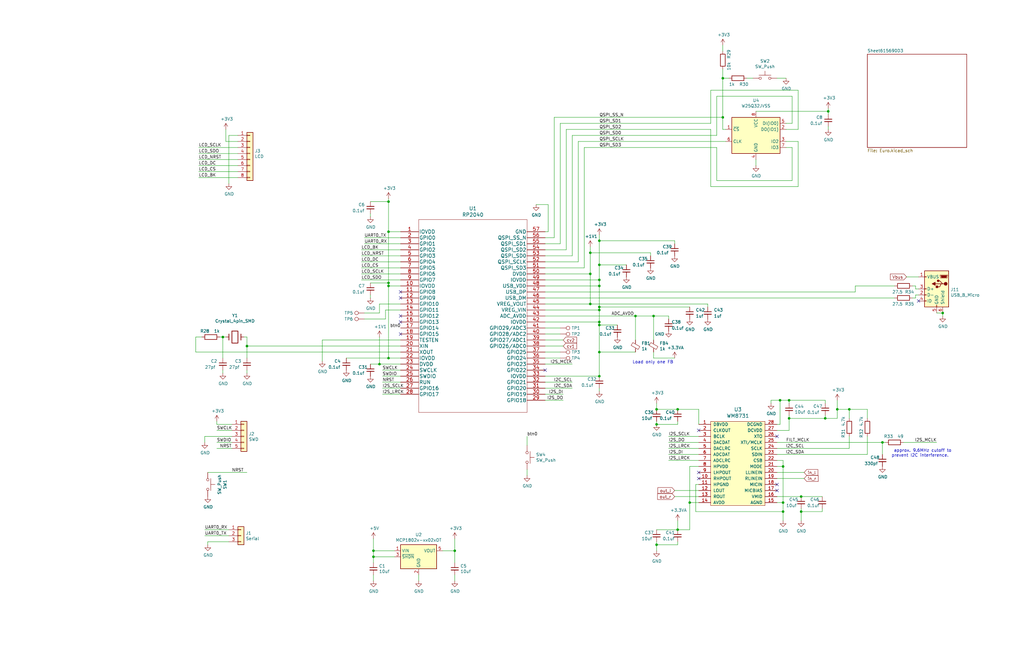
<source format=kicad_sch>
(kicad_sch (version 20211123) (generator eeschema)
  (paper "B")
  (title_block (title "G081_Audio") (date "2021-12-09") (rev "0.2"))
  (lib_symbols
    (symbol "Connector:TestPoint" (pin_numbers hide) (pin_names (offset 0.762) hide)
      (property "Reference" "TP" (at 0 6.858 0))
      (property "Value" "TestPoint" (at 0 5.08 0))
      (symbol "TestPoint_1_1"
        (pin passive line (at 0 0 90) (length 2.54) (name "1") (number "1"))
      )
    )
    (symbol "Connector:USB_B_Micro" (pin_names (offset 1.016))
      (property "Reference" "J" (at -5.08 11.43 0))
      (property "Value" "USB_B_Micro" (at -5.08 8.89 0))
      (symbol "USB_B_Micro_1_1"
        (pin power_out line (at 7.62 5.08 180) (length 2.54) (name "VBUS") (number "1"))
        (pin bidirectional line (at 7.62 -2.54 180) (length 2.54) (name "D-") (number "2"))
        (pin bidirectional line (at 7.62 0 180) (length 2.54) (name "D+") (number "3"))
        (pin passive line (at 7.62 -5.08 180) (length 2.54) (name "ID") (number "4"))
        (pin power_out line (at 0 -10.16 90) (length 2.54) (name "GND") (number "5"))
        (pin passive line (at -2.54 -10.16 90) (length 2.54) (name "Shield") (number "6"))
      )
    )
    (symbol "Connector_Generic:Conn_01x03" (pin_names (offset 1.016) hide)
      (property "Reference" "J" (at 0 5.08 0))
      (property "Value" "Conn_01x03" (at 0 -5.08 0))
      (symbol "Conn_01x03_1_1"
        (pin passive line (at -5.08 2.54 0) (length 3.81) (name "Pin_1") (number "1"))
        (pin passive line (at -5.08 0 0) (length 3.81) (name "Pin_2") (number "2"))
        (pin passive line (at -5.08 -2.54 0) (length 3.81) (name "Pin_3") (number "3"))
      )
    )
    (symbol "Connector_Generic:Conn_01x05" (pin_names (offset 1.016) hide)
      (property "Reference" "J" (at 0 7.62 0))
      (property "Value" "Conn_01x05" (at 0 -7.62 0))
      (symbol "Conn_01x05_1_1"
        (pin passive line (at -5.08 5.08 0) (length 3.81) (name "Pin_1") (number "1"))
        (pin passive line (at -5.08 2.54 0) (length 3.81) (name "Pin_2") (number "2"))
        (pin passive line (at -5.08 0 0) (length 3.81) (name "Pin_3") (number "3"))
        (pin passive line (at -5.08 -2.54 0) (length 3.81) (name "Pin_4") (number "4"))
        (pin passive line (at -5.08 -5.08 0) (length 3.81) (name "Pin_5") (number "5"))
      )
    )
    (symbol "Connector_Generic:Conn_01x08" (pin_names (offset 1.016) hide)
      (property "Reference" "J" (at 0 10.16 0))
      (property "Value" "Conn_01x08" (at 0 -12.7 0))
      (symbol "Conn_01x08_1_1"
        (pin passive line (at -5.08 7.62 0) (length 3.81) (name "Pin_1") (number "1"))
        (pin passive line (at -5.08 5.08 0) (length 3.81) (name "Pin_2") (number "2"))
        (pin passive line (at -5.08 2.54 0) (length 3.81) (name "Pin_3") (number "3"))
        (pin passive line (at -5.08 0 0) (length 3.81) (name "Pin_4") (number "4"))
        (pin passive line (at -5.08 -2.54 0) (length 3.81) (name "Pin_5") (number "5"))
        (pin passive line (at -5.08 -5.08 0) (length 3.81) (name "Pin_6") (number "6"))
        (pin passive line (at -5.08 -7.62 0) (length 3.81) (name "Pin_7") (number "7"))
        (pin passive line (at -5.08 -10.16 0) (length 3.81) (name "Pin_8") (number "8"))
      )
    )
    (symbol "Device:C_Small" (pin_numbers hide) (pin_names (offset 0.254) hide)
      (property "Reference" "C" (at 0.254 1.778 0))
      (property "Value" "C_Small" (at 0.254 -2.032 0))
      (symbol "C_Small_1_1"
        (pin passive line (at 0 2.54 270) (length 2.032) (name "~") (number "1"))
        (pin passive line (at 0 -2.54 90) (length 2.032) (name "~") (number "2"))
      )
    )
    (symbol "Device:Ferrite_Bead_Small" (pin_numbers hide) (pin_names (offset 0))
      (property "Reference" "FB" (at 1.905 1.27 0))
      (property "Value" "Device_Ferrite_Bead_Small" (at 1.905 -1.27 0))
      (symbol "Ferrite_Bead_Small_1_1"
        (pin passive line (at 0 2.54 270) (length 1.27) (name "~") (number "1"))
        (pin passive line (at 0 -2.54 90) (length 1.27) (name "~") (number "2"))
      )
    )
    (symbol "Device:R" (pin_numbers hide) (pin_names (offset 0))
      (property "Reference" "R" (at 2.032 0 90))
      (property "Value" "R" (at 0 0 90))
      (symbol "R_1_1"
        (pin passive line (at 0 3.81 270) (length 1.27) (name "~") (number "1"))
        (pin passive line (at 0 -3.81 90) (length 1.27) (name "~") (number "2"))
      )
    )
    (symbol "Memory_Flash:W25Q32JVSS"
      (property "Reference" "U" (at -8.89 8.89 0))
      (property "Value" "W25Q32JVSS" (at 7.62 8.89 0))
      (symbol "W25Q32JVSS_1_1"
        (pin input line (at -12.7 2.54 0) (length 2.54) (name "~{CS}") (number "1"))
        (pin bidirectional line (at 12.7 2.54 180) (length 2.54) (name "DO(IO1)") (number "2"))
        (pin bidirectional line (at 12.7 -2.54 180) (length 2.54) (name "IO2") (number "3"))
        (pin power_in line (at 0 -10.16 90) (length 2.54) (name "GND") (number "4"))
        (pin bidirectional line (at 12.7 5.08 180) (length 2.54) (name "DI(IO0)") (number "5"))
        (pin input line (at -12.7 -2.54 0) (length 2.54) (name "CLK") (number "6"))
        (pin bidirectional line (at 12.7 -5.08 180) (length 2.54) (name "IO3") (number "7"))
        (pin power_in line (at 0 10.16 270) (length 2.54) (name "VCC") (number "8"))
      )
    )
    (symbol "Regulator_Linear:MCP1802x-xx02xOT"
      (property "Reference" "U" (at -6.35 6.35 0))
      (property "Value" "MCP1802x-xx02xOT" (at 0 6.35 0))
      (symbol "MCP1802x-xx02xOT_1_1"
        (pin power_in line (at -10.16 2.54 0) (length 2.54) (name "VIN") (number "1"))
        (pin power_in line (at 0 -7.62 90) (length 2.54) (name "GND") (number "2"))
        (pin input line (at -10.16 0 0) (length 2.54) (name "~{SHDN}") (number "3"))
        (pin no_connect line (at 7.62 0 180) (length 2.54) hide (name "NC") (number "4"))
        (pin power_out line (at 10.16 2.54 180) (length 2.54) (name "VOUT") (number "5"))
      )
    )
    (symbol "Switch:SW_Push" (pin_numbers hide) (pin_names (offset 1.016) hide)
      (property "Reference" "SW" (at 1.27 2.54 0))
      (property "Value" "SW_Push" (at 0 -1.524 0))
      (symbol "SW_Push_0_1"
        (pin passive line (at -5.08 0 0) (length 2.54) (name "1") (number "1"))
        (pin passive line (at 5.08 0 180) (length 2.54) (name "2") (number "2"))
      )
    )
    (symbol "emeb_library:Crystal_4pin_SMD" (pin_numbers hide) (pin_names (offset 1.016) hide)
      (property "Reference" "Y" (at 0 3.81 0))
      (property "Value" "emeb_library_Crystal_4pin_SMD" (at 0 -3.81 0))
      (symbol "Crystal_4pin_SMD_1_1"
        (pin passive line (at -3.81 0 0) (length 1.27) (name "1") (number "1"))
        (pin passive line (at 3.81 0 180) (length 1.27) (name "3") (number "3"))
      )
    )
    (symbol "emeb_library:RP2040" (pin_names (offset 0.254))
      (property "Reference" "U" (at 30.48 10.16 0))
      (property "Value" "emeb_library_RP2040" (at 30.48 7.62 0))
      (symbol "RP2040_1_1"
        (pin power_in line (at 0 0 0) (length 7.62) (name "IOVDD") (number "1"))
        (pin power_in line (at 0 -22.86 0) (length 7.62) (name "IOVDD") (number "10"))
        (pin bidirectional line (at 0 -25.4 0) (length 7.62) (name "GPIO8") (number "11"))
        (pin bidirectional line (at 0 -27.94 0) (length 7.62) (name "GPIO9") (number "12"))
        (pin bidirectional line (at 0 -30.48 0) (length 7.62) (name "GPIO10") (number "13"))
        (pin bidirectional line (at 0 -33.02 0) (length 7.62) (name "GPIO11") (number "14"))
        (pin bidirectional line (at 0 -35.56 0) (length 7.62) (name "GPIO12") (number "15"))
        (pin bidirectional line (at 0 -38.1 0) (length 7.62) (name "GPIO13") (number "16"))
        (pin bidirectional line (at 0 -40.64 0) (length 7.62) (name "GPIO14") (number "17"))
        (pin bidirectional line (at 0 -43.18 0) (length 7.62) (name "GPIO15") (number "18"))
        (pin unspecified line (at 0 -45.72 0) (length 7.62) (name "TESTEN") (number "19"))
        (pin bidirectional line (at 0 -2.54 0) (length 7.62) (name "GPIO0") (number "2"))
        (pin unspecified line (at 0 -48.26 0) (length 7.62) (name "XIN") (number "20"))
        (pin output line (at 0 -50.8 0) (length 7.62) (name "XOUT") (number "21"))
        (pin power_in line (at 0 -53.34 0) (length 7.62) (name "IOVDD") (number "22"))
        (pin power_in line (at 0 -55.88 0) (length 7.62) (name "DVDD") (number "23"))
        (pin unspecified line (at 0 -58.42 0) (length 7.62) (name "SWCLK") (number "24"))
        (pin unspecified line (at 0 -60.96 0) (length 7.62) (name "SWDIO") (number "25"))
        (pin unspecified line (at 0 -63.5 0) (length 7.62) (name "RUN") (number "26"))
        (pin bidirectional line (at 0 -66.04 0) (length 7.62) (name "GPIO16") (number "27"))
        (pin bidirectional line (at 0 -68.58 0) (length 7.62) (name "GPIO17") (number "28"))
        (pin bidirectional line (at 60.96 -71.12 180) (length 7.62) (name "GPIO18") (number "29"))
        (pin bidirectional line (at 0 -5.08 0) (length 7.62) (name "GPIO1") (number "3"))
        (pin bidirectional line (at 60.96 -68.58 180) (length 7.62) (name "GPIO19") (number "30"))
        (pin bidirectional line (at 60.96 -66.04 180) (length 7.62) (name "GPIO20") (number "31"))
        (pin bidirectional line (at 60.96 -63.5 180) (length 7.62) (name "GPIO21") (number "32"))
        (pin power_in line (at 60.96 -60.96 180) (length 7.62) (name "IOVDD") (number "33"))
        (pin bidirectional line (at 60.96 -58.42 180) (length 7.62) (name "GPIO22") (number "34"))
        (pin bidirectional line (at 60.96 -55.88 180) (length 7.62) (name "GPIO23") (number "35"))
        (pin bidirectional line (at 60.96 -53.34 180) (length 7.62) (name "GPIO24") (number "36"))
        (pin bidirectional line (at 60.96 -50.8 180) (length 7.62) (name "GPIO25") (number "37"))
        (pin bidirectional line (at 60.96 -48.26 180) (length 7.62) (name "GPIO26/ADC0") (number "38"))
        (pin bidirectional line (at 60.96 -45.72 180) (length 7.62) (name "GPIO27/ADC1") (number "39"))
        (pin bidirectional line (at 0 -7.62 0) (length 7.62) (name "GPIO2") (number "4"))
        (pin bidirectional line (at 60.96 -43.18 180) (length 7.62) (name "GPIO28/ADC2") (number "40"))
        (pin bidirectional line (at 60.96 -40.64 180) (length 7.62) (name "GPIO29/ADC3") (number "41"))
        (pin power_in line (at 60.96 -38.1 180) (length 7.62) (name "IOVDD") (number "42"))
        (pin power_in line (at 60.96 -35.56 180) (length 7.62) (name "ADC_AVDD") (number "43"))
        (pin unspecified line (at 60.96 -33.02 180) (length 7.62) (name "VREG_VIN") (number "44"))
        (pin output line (at 60.96 -30.48 180) (length 7.62) (name "VREG_VOUT") (number "45"))
        (pin unspecified line (at 60.96 -27.94 180) (length 7.62) (name "USB_DM") (number "46"))
        (pin unspecified line (at 60.96 -25.4 180) (length 7.62) (name "USB_DP") (number "47"))
        (pin power_in line (at 60.96 -22.86 180) (length 7.62) (name "USB_VDD") (number "48"))
        (pin power_in line (at 60.96 -20.32 180) (length 7.62) (name "IOVDD") (number "49"))
        (pin bidirectional line (at 0 -10.16 0) (length 7.62) (name "GPIO3") (number "5"))
        (pin power_in line (at 60.96 -17.78 180) (length 7.62) (name "DVDD") (number "50"))
        (pin bidirectional line (at 60.96 -15.24 180) (length 7.62) (name "QSPI_SD3") (number "51"))
        (pin unspecified line (at 60.96 -12.7 180) (length 7.62) (name "QSPI_SCLK") (number "52"))
        (pin bidirectional line (at 60.96 -10.16 180) (length 7.62) (name "QSPI_SD0") (number "53"))
        (pin bidirectional line (at 60.96 -7.62 180) (length 7.62) (name "QSPI_SD2") (number "54"))
        (pin bidirectional line (at 60.96 -5.08 180) (length 7.62) (name "QSPI_SD1") (number "55"))
        (pin unspecified line (at 60.96 -2.54 180) (length 7.62) (name "QSPI_SS_N") (number "56"))
        (pin power_in line (at 60.96 0 180) (length 7.62) (name "GND") (number "57"))
        (pin bidirectional line (at 0 -12.7 0) (length 7.62) (name "GPIO4") (number "6"))
        (pin bidirectional line (at 0 -15.24 0) (length 7.62) (name "GPIO5") (number "7"))
        (pin bidirectional line (at 0 -17.78 0) (length 7.62) (name "GPIO6") (number "8"))
        (pin bidirectional line (at 0 -20.32 0) (length 7.62) (name "GPIO7") (number "9"))
      )
    )
    (symbol "emeb_library:WM8731" (pin_names (offset 1.016))
      (property "Reference" "U" (at 7.62 19.05 0))
      (property "Value" "emeb_library_WM8731" (at -1.27 19.05 0))
      (symbol "WM8731_1_1"
        (pin input line (at -16.51 16.51 0) (length 5.08) (name "DBVDD") (number "1"))
        (pin input line (at -16.51 -6.35 0) (length 5.08) (name "RHPOUT") (number "10"))
        (pin input line (at -16.51 -8.89 0) (length 5.08) (name "HPGND") (number "11"))
        (pin input line (at -16.51 -11.43 0) (length 5.08) (name "LOUT") (number "12"))
        (pin input line (at -16.51 -13.97 0) (length 5.08) (name "ROUT") (number "13"))
        (pin input line (at -16.51 -16.51 0) (length 5.08) (name "AVDD") (number "14"))
        (pin input line (at 16.51 -16.51 180) (length 5.08) (name "AGND") (number "15"))
        (pin input line (at 16.51 -13.97 180) (length 5.08) (name "VMID") (number "16"))
        (pin input line (at 16.51 -11.43 180) (length 5.08) (name "MICBIAS") (number "17"))
        (pin input line (at 16.51 -8.89 180) (length 5.08) (name "MICIN") (number "18"))
        (pin input line (at 16.51 -6.35 180) (length 5.08) (name "RLINEIN") (number "19"))
        (pin input line (at -16.51 13.97 0) (length 5.08) (name "CLKOUT") (number "2"))
        (pin input line (at 16.51 -3.81 180) (length 5.08) (name "LLINEIN") (number "20"))
        (pin input line (at 16.51 -1.27 180) (length 5.08) (name "MODE") (number "21"))
        (pin input line (at 16.51 1.27 180) (length 5.08) (name "CSB") (number "22"))
        (pin input line (at 16.51 3.81 180) (length 5.08) (name "SDIN") (number "23"))
        (pin input line (at 16.51 6.35 180) (length 5.08) (name "SCLK") (number "24"))
        (pin input line (at 16.51 8.89 180) (length 5.08) (name "XTI/MCLK") (number "25"))
        (pin input line (at 16.51 11.43 180) (length 5.08) (name "XTO") (number "26"))
        (pin input line (at 16.51 13.97 180) (length 5.08) (name "DCVDD") (number "27"))
        (pin input line (at 16.51 16.51 180) (length 5.08) (name "DCGND") (number "28"))
        (pin input line (at -16.51 11.43 0) (length 5.08) (name "BCLK") (number "3"))
        (pin input line (at -16.51 8.89 0) (length 5.08) (name "DACDAT") (number "4"))
        (pin input line (at -16.51 6.35 0) (length 5.08) (name "DACLRC") (number "5"))
        (pin input line (at -16.51 3.81 0) (length 5.08) (name "ADCDAT") (number "6"))
        (pin input line (at -16.51 1.27 0) (length 5.08) (name "ADCLRC") (number "7"))
        (pin input line (at -16.51 -1.27 0) (length 5.08) (name "HPVDD") (number "8"))
        (pin input line (at -16.51 -3.81 0) (length 5.08) (name "LHPOUT") (number "9"))
      )
    )
    (symbol "power:+1V1" (power) (pin_names (offset 0))
      (property "Value" "+1V1" (at 0 3.556 0))
      (symbol "+1V1_1_1"
        (pin power_in line (at 0 0 90) (length 0) hide (name "+1V1") (number "1"))
      )
    )
    (symbol "power:+3.3V" (power) (pin_names (offset 0))
      (property "Value" "+3.3V" (at 0 3.556 0))
      (symbol "+3.3V_1_1"
        (pin power_in line (at 0 0 90) (length 0) hide (name "+3V3") (number "1"))
      )
    )
    (symbol "power:+3.3VA" (power) (pin_names (offset 0))
      (property "Value" "+3.3VA" (at 0 3.556 0))
      (symbol "+3.3VA_1_1"
        (pin power_in line (at 0 0 90) (length 0) hide (name "+3.3VA") (number "1"))
      )
    )
    (symbol "power:+5V" (power) (pin_names (offset 0))
      (property "Value" "+5V" (at 0 3.556 0))
      (symbol "+5V_1_1"
        (pin power_in line (at 0 0 90) (length 0) hide (name "+5V") (number "1"))
      )
    )
    (symbol "power:GND" (power) (pin_names (offset 0))
      (property "Value" "GND" (at 0 -3.81 0))
      (symbol "GND_1_1"
        (pin power_in line (at 0 0 270) (length 0) hide (name "GND") (number "1"))
      )
    )
  )
  (junction (at 285.75 172.72))
  (junction (at 397.51 132.08))
  (junction (at 252.73 101.6))
  (junction (at 252.73 148.59))
  (junction (at 93.98 142.24))
  (junction (at 248.92 106.68))
  (junction (at 163.83 120.65))
  (junction (at 248.92 115.57))
  (junction (at 353.06 172.72))
  (junction (at 332.74 168.91))
  (junction (at 290.83 212.09))
  (junction (at 252.73 137.16))
  (junction (at 304.8 49.53))
  (junction (at 267.97 133.35))
  (junction (at 347.98 176.53))
  (junction (at 330.2 215.9))
  (junction (at 252.73 118.11))
  (junction (at 276.86 172.72))
  (junction (at 337.82 209.55))
  (junction (at 163.83 151.13))
  (junction (at 191.77 232.41))
  (junction (at 252.73 130.81))
  (junction (at 276.86 229.87))
  (junction (at 252.73 135.89))
  (junction (at 332.74 176.53))
  (junction (at 330.2 212.09))
  (junction (at 285.75 223.52))
  (junction (at 163.83 119.38))
  (junction (at 337.82 215.9))
  (junction (at 163.83 85.09))
  (junction (at 275.59 133.35))
  (junction (at 304.8 33.02))
  (junction (at 372.11 186.69))
  (junction (at 358.14 172.72))
  (junction (at 252.73 129.54))
  (junction (at 248.92 128.27))
  (junction (at 328.93 168.91))
  (junction (at 252.73 120.65))
  (junction (at 252.73 158.75))
  (junction (at 157.48 232.41))
  (junction (at 252.73 111.76))
  (junction (at 157.48 234.95))
  (junction (at 330.2 196.85))
  (junction (at 276.86 179.07))
  (junction (at 163.83 97.79))
  (junction (at 104.14 146.05))
  (junction (at 160.02 153.67))
  (junction (at 349.25 46.99))
  (no_connect (at 168.91 123.19))
  (no_connect (at 327.66 204.47))
  (no_connect (at 294.64 181.61))
  (no_connect (at 294.64 201.93))
  (no_connect (at 168.91 125.73))
  (no_connect (at 229.87 156.21))
  (no_connect (at 294.64 199.39))
  (no_connect (at 168.91 135.89))
  (no_connect (at 387.35 127))
  (no_connect (at 327.66 184.15))
  (no_connect (at 168.91 133.35))
  (no_connect (at 327.66 207.01))
  (no_connect (at 168.91 140.97))
  (wire (pts (xy 394.97 132.08) (xy 397.51 132.08)))
  (wire (pts (xy 97.79 179.07) (xy 91.44 179.07)))
  (wire (pts (xy 163.83 85.09) (xy 163.83 97.79)))
  (wire (pts (xy 229.87 148.59) (xy 236.22 148.59)))
  (wire (pts (xy 349.25 45.72) (xy 349.25 46.99)))
  (wire (pts (xy 330.2 194.31) (xy 327.66 194.31)))
  (wire (pts (xy 294.64 179.07) (xy 294.64 172.72)))
  (wire (pts (xy 275.59 143.51) (xy 275.59 133.35)))
  (wire (pts (xy 229.87 163.83) (xy 241.3 163.83)))
  (wire (pts (xy 82.55 148.59) (xy 82.55 142.24)))
  (wire (pts (xy 166.37 232.41) (xy 157.48 232.41)))
  (wire (pts (xy 93.98 157.48) (xy 93.98 156.21)))
  (wire (pts (xy 100.33 62.23) (xy 83.82 62.23)))
  (wire (pts (xy 100.33 74.93) (xy 83.82 74.93)))
  (wire (pts (xy 248.92 106.68) (xy 248.92 115.57)))
  (wire (pts (xy 386.08 120.65) (xy 386.08 121.92)))
  (wire (pts (xy 294.64 184.15) (xy 281.94 184.15)))
  (wire (pts (xy 100.33 59.69) (xy 95.25 59.69)))
  (wire (pts (xy 237.49 166.37) (xy 229.87 166.37)))
  (wire (pts (xy 285.75 223.52) (xy 290.83 223.52)))
  (wire (pts (xy 168.91 107.95) (xy 152.4 107.95)))
  (wire (pts (xy 229.87 143.51) (xy 237.49 143.51)))
  (wire (pts (xy 358.14 172.72) (xy 358.14 176.53)))
  (wire (pts (xy 168.91 166.37) (xy 161.29 166.37)))
  (wire (pts (xy 229.87 97.79) (xy 231.14 97.79)))
  (wire (pts (xy 168.91 120.65) (xy 163.83 120.65)))
  (wire (pts (xy 381 186.69) (xy 394.97 186.69)))
  (wire (pts (xy 353.06 176.53) (xy 353.06 172.72)))
  (wire (pts (xy 160.02 128.27) (xy 168.91 128.27)))
  (wire (pts (xy 337.82 214.63) (xy 337.82 215.9)))
  (wire (pts (xy 102.87 142.24) (xy 104.14 142.24)))
  (wire (pts (xy 252.73 130.81) (xy 252.73 135.89)))
  (wire (pts (xy 384.81 125.73) (xy 386.08 125.73)))
  (wire (pts (xy 243.84 110.49) (xy 243.84 59.69)))
  (wire (pts (xy 231.14 86.36) (xy 231.14 97.79)))
  (wire (pts (xy 382.27 116.84) (xy 387.35 116.84)))
  (wire (pts (xy 327.66 181.61) (xy 332.74 181.61)))
  (wire (pts (xy 104.14 157.48) (xy 104.14 156.21)))
  (wire (pts (xy 360.68 120.65) (xy 377.19 120.65)))
  (wire (pts (xy 334.01 76.2) (xy 334.01 62.23)))
  (wire (pts (xy 299.72 78.74) (xy 299.72 54.61)))
  (wire (pts (xy 100.33 69.85) (xy 83.82 69.85)))
  (wire (pts (xy 327.66 196.85) (xy 330.2 196.85)))
  (wire (pts (xy 294.64 212.09) (xy 290.83 212.09)))
  (wire (pts (xy 157.48 232.41) (xy 157.48 234.95)))
  (wire (pts (xy 294.64 191.77) (xy 281.94 191.77)))
  (wire (pts (xy 166.37 234.95) (xy 157.48 234.95)))
  (wire (pts (xy 100.33 72.39) (xy 83.82 72.39)))
  (wire (pts (xy 95.25 59.69) (xy 95.25 54.61)))
  (wire (pts (xy 162.56 134.62) (xy 162.56 130.81)))
  (wire (pts (xy 86.36 223.52) (xy 96.52 223.52)))
  (wire (pts (xy 156.21 119.38) (xy 163.83 119.38)))
  (wire (pts (xy 229.87 115.57) (xy 248.92 115.57)))
  (wire (pts (xy 229.87 118.11) (xy 252.73 118.11)))
  (wire (pts (xy 233.68 49.53) (xy 304.8 49.53)))
  (wire (pts (xy 87.63 228.6) (xy 96.52 228.6)))
  (wire (pts (xy 82.55 142.24) (xy 85.09 142.24)))
  (wire (pts (xy 168.91 146.05) (xy 104.14 146.05)))
  (wire (pts (xy 284.48 209.55) (xy 294.64 209.55)))
  (wire (pts (xy 330.2 215.9) (xy 293.37 215.9)))
  (wire (pts (xy 284.48 207.01) (xy 294.64 207.01)))
  (wire (pts (xy 334.01 52.07) (xy 334.01 40.64)))
  (wire (pts (xy 336.55 78.74) (xy 299.72 78.74)))
  (wire (pts (xy 353.06 172.72) (xy 353.06 168.91)))
  (wire (pts (xy 229.87 130.81) (xy 252.73 130.81)))
  (wire (pts (xy 153.67 134.62) (xy 162.56 134.62)))
  (wire (pts (xy 337.82 215.9) (xy 337.82 219.71)))
  (wire (pts (xy 314.96 33.02) (xy 317.5 33.02)))
  (wire (pts (xy 96.52 77.47) (xy 96.52 57.15)))
  (wire (pts (xy 229.87 153.67) (xy 241.3 153.67)))
  (wire (pts (xy 168.91 153.67) (xy 160.02 153.67)))
  (wire (pts (xy 229.87 102.87) (xy 236.22 102.87)))
  (wire (pts (xy 168.91 161.29) (xy 161.29 161.29)))
  (wire (pts (xy 336.55 54.61) (xy 331.47 54.61)))
  (wire (pts (xy 252.73 129.54) (xy 290.83 129.54)))
  (wire (pts (xy 222.25 200.66) (xy 222.25 198.12)))
  (wire (pts (xy 294.64 196.85) (xy 290.83 196.85)))
  (wire (pts (xy 248.92 104.14) (xy 248.92 106.68)))
  (wire (pts (xy 191.77 232.41) (xy 191.77 237.49)))
  (wire (pts (xy 231.14 86.36) (xy 226.06 86.36)))
  (wire (pts (xy 97.79 184.15) (xy 86.36 184.15)))
  (wire (pts (xy 318.77 46.99) (xy 349.25 46.99)))
  (wire (pts (xy 327.66 209.55) (xy 337.82 209.55)))
  (wire (pts (xy 299.72 38.1) (xy 299.72 52.07)))
  (wire (pts (xy 229.87 158.75) (xy 252.73 158.75)))
  (wire (pts (xy 157.48 242.57) (xy 157.48 245.11)))
  (wire (pts (xy 275.59 133.35) (xy 281.94 133.35)))
  (wire (pts (xy 276.86 172.72) (xy 285.75 172.72)))
  (wire (pts (xy 233.68 100.33) (xy 233.68 49.53)))
  (wire (pts (xy 346.71 215.9) (xy 346.71 214.63)))
  (wire (pts (xy 104.14 142.24) (xy 104.14 146.05)))
  (wire (pts (xy 248.92 128.27) (xy 229.87 128.27)))
  (wire (pts (xy 229.87 168.91) (xy 237.49 168.91)))
  (wire (pts (xy 229.87 105.41) (xy 238.76 105.41)))
  (wire (pts (xy 229.87 123.19) (xy 360.68 123.19)))
  (wire (pts (xy 332.74 168.91) (xy 347.98 168.91)))
  (wire (pts (xy 336.55 59.69) (xy 336.55 78.74)))
  (wire (pts (xy 347.98 168.91) (xy 347.98 170.18)))
  (wire (pts (xy 267.97 133.35) (xy 275.59 133.35)))
  (wire (pts (xy 161.29 163.83) (xy 168.91 163.83)))
  (wire (pts (xy 168.91 97.79) (xy 163.83 97.79)))
  (wire (pts (xy 275.59 151.13) (xy 284.48 151.13)))
  (wire (pts (xy 86.36 226.06) (xy 96.52 226.06)))
  (wire (pts (xy 276.86 172.72) (xy 276.86 170.18)))
  (wire (pts (xy 246.38 113.03) (xy 246.38 62.23)))
  (wire (pts (xy 229.87 138.43) (xy 236.22 138.43)))
  (wire (pts (xy 328.93 168.91) (xy 332.74 168.91)))
  (wire (pts (xy 327.66 201.93) (xy 339.09 201.93)))
  (wire (pts (xy 176.53 245.11) (xy 176.53 242.57)))
  (wire (pts (xy 157.48 227.33) (xy 157.48 232.41)))
  (wire (pts (xy 252.73 129.54) (xy 252.73 120.65)))
  (wire (pts (xy 386.08 121.92) (xy 387.35 121.92)))
  (wire (pts (xy 86.36 184.15) (xy 86.36 186.69)))
  (wire (pts (xy 304.8 49.53) (xy 304.8 54.61)))
  (wire (pts (xy 229.87 151.13) (xy 236.22 151.13)))
  (wire (pts (xy 302.26 40.64) (xy 302.26 57.15)))
  (wire (pts (xy 331.47 59.69) (xy 336.55 59.69)))
  (wire (pts (xy 285.75 229.87) (xy 285.75 228.6)))
  (wire (pts (xy 318.77 69.85) (xy 318.77 67.31)))
  (wire (pts (xy 229.87 161.29) (xy 241.3 161.29)))
  (wire (pts (xy 160.02 153.67) (xy 160.02 142.24)))
  (wire (pts (xy 290.83 212.09) (xy 290.83 223.52)))
  (wire (pts (xy 229.87 110.49) (xy 243.84 110.49)))
  (wire (pts (xy 168.91 110.49) (xy 152.4 110.49)))
  (wire (pts (xy 353.06 172.72) (xy 358.14 172.72)))
  (wire (pts (xy 304.8 19.05) (xy 304.8 21.59)))
  (wire (pts (xy 252.73 111.76) (xy 252.73 118.11)))
  (wire (pts (xy 229.87 133.35) (xy 267.97 133.35)))
  (wire (pts (xy 294.64 189.23) (xy 281.94 189.23)))
  (wire (pts (xy 156.21 85.09) (xy 163.83 85.09)))
  (wire (pts (xy 330.2 196.85) (xy 330.2 194.31)))
  (wire (pts (xy 236.22 52.07) (xy 299.72 52.07)))
  (wire (pts (xy 349.25 53.34) (xy 349.25 54.61)))
  (wire (pts (xy 304.8 54.61) (xy 306.07 54.61)))
  (wire (pts (xy 157.48 234.95) (xy 157.48 237.49)))
  (wire (pts (xy 191.77 232.41) (xy 191.77 227.33)))
  (wire (pts (xy 229.87 113.03) (xy 246.38 113.03)))
  (wire (pts (xy 156.21 91.44) (xy 156.21 90.17)))
  (wire (pts (xy 332.74 175.26) (xy 332.74 176.53)))
  (wire (pts (xy 168.91 113.03) (xy 152.4 113.03)))
  (wire (pts (xy 330.2 212.09) (xy 330.2 196.85)))
  (wire (pts (xy 87.63 229.87) (xy 87.63 228.6)))
  (wire (pts (xy 334.01 62.23) (xy 331.47 62.23)))
  (wire (pts (xy 349.25 46.99) (xy 349.25 48.26)))
  (wire (pts (xy 336.55 38.1) (xy 336.55 54.61)))
  (wire (pts (xy 252.73 135.89) (xy 252.73 137.16)))
  (wire (pts (xy 163.83 120.65) (xy 163.83 151.13)))
  (wire (pts (xy 160.02 132.08) (xy 160.02 128.27)))
  (wire (pts (xy 302.26 62.23) (xy 302.26 76.2)))
  (wire (pts (xy 156.21 153.67) (xy 160.02 153.67)))
  (wire (pts (xy 104.14 146.05) (xy 104.14 151.13)))
  (wire (pts (xy 168.91 158.75) (xy 161.29 158.75)))
  (wire (pts (xy 168.91 148.59) (xy 82.55 148.59)))
  (wire (pts (xy 274.32 106.68) (xy 274.32 107.95)))
  (wire (pts (xy 163.83 85.09) (xy 163.83 83.82)))
  (wire (pts (xy 332.74 170.18) (xy 332.74 168.91)))
  (wire (pts (xy 281.94 133.35) (xy 281.94 134.62)))
  (wire (pts (xy 100.33 67.31) (xy 83.82 67.31)))
  (wire (pts (xy 168.91 143.51) (xy 135.89 143.51)))
  (wire (pts (xy 252.73 130.81) (xy 252.73 129.54)))
  (wire (pts (xy 294.64 172.72) (xy 285.75 172.72)))
  (wire (pts (xy 294.64 194.31) (xy 281.94 194.31)))
  (wire (pts (xy 135.89 143.51) (xy 135.89 152.4)))
  (wire (pts (xy 93.98 142.24) (xy 95.25 142.24)))
  (wire (pts (xy 276.86 223.52) (xy 285.75 223.52)))
  (wire (pts (xy 384.81 120.65) (xy 386.08 120.65)))
  (wire (pts (xy 252.73 163.83) (xy 252.73 165.1)))
  (wire (pts (xy 365.76 191.77) (xy 365.76 184.15)))
  (wire (pts (xy 334.01 40.64) (xy 302.26 40.64)))
  (wire (pts (xy 293.37 215.9) (xy 293.37 204.47)))
  (wire (pts (xy 236.22 102.87) (xy 236.22 52.07)))
  (wire (pts (xy 252.73 120.65) (xy 252.73 118.11)))
  (wire (pts (xy 327.66 191.77) (xy 365.76 191.77)))
  (wire (pts (xy 293.37 204.47) (xy 294.64 204.47)))
  (wire (pts (xy 327.66 212.09) (xy 330.2 212.09)))
  (wire (pts (xy 386.08 124.46) (xy 387.35 124.46)))
  (wire (pts (xy 304.8 33.02) (xy 304.8 29.21)))
  (wire (pts (xy 97.79 181.61) (xy 91.44 181.61)))
  (wire (pts (xy 360.68 123.19) (xy 360.68 120.65)))
  (wire (pts (xy 307.34 33.02) (xy 304.8 33.02)))
  (wire (pts (xy 168.91 118.11) (xy 152.4 118.11)))
  (wire (pts (xy 298.45 128.27) (xy 298.45 129.54)))
  (wire (pts (xy 337.82 215.9) (xy 346.71 215.9)))
  (wire (pts (xy 241.3 107.95) (xy 241.3 57.15)))
  (wire (pts (xy 267.97 143.51) (xy 267.97 133.35)))
  (wire (pts (xy 276.86 229.87) (xy 276.86 232.41)))
  (wire (pts (xy 327.66 199.39) (xy 339.09 199.39)))
  (wire (pts (xy 294.64 186.69) (xy 281.94 186.69)))
  (wire (pts (xy 330.2 215.9) (xy 330.2 219.71)))
  (wire (pts (xy 252.73 101.6) (xy 284.48 101.6)))
  (wire (pts (xy 252.73 158.75) (xy 252.73 148.59)))
  (wire (pts (xy 243.84 59.69) (xy 306.07 59.69)))
  (wire (pts (xy 365.76 172.72) (xy 365.76 176.53)))
  (wire (pts (xy 330.2 212.09) (xy 330.2 215.9)))
  (wire (pts (xy 264.16 111.76) (xy 252.73 111.76)))
  (wire (pts (xy 285.75 219.71) (xy 285.75 223.52)))
  (wire (pts (xy 386.08 125.73) (xy 386.08 124.46)))
  (wire (pts (xy 337.82 209.55) (xy 346.71 209.55)))
  (wire (pts (xy 327.66 186.69) (xy 372.11 186.69)))
  (wire (pts (xy 358.14 189.23) (xy 358.14 184.15)))
  (wire (pts (xy 252.73 148.59) (xy 252.73 137.16)))
  (wire (pts (xy 252.73 101.6) (xy 252.73 111.76)))
  (wire (pts (xy 302.26 76.2) (xy 334.01 76.2)))
  (wire (pts (xy 168.91 115.57) (xy 152.4 115.57)))
  (wire (pts (xy 267.97 148.59) (xy 252.73 148.59)))
  (wire (pts (xy 153.67 132.08) (xy 160.02 132.08)))
  (wire (pts (xy 92.71 142.24) (xy 93.98 142.24)))
  (wire (pts (xy 290.83 196.85) (xy 290.83 212.09)))
  (wire (pts (xy 252.73 99.06) (xy 252.73 101.6)))
  (wire (pts (xy 358.14 172.72) (xy 365.76 172.72)))
  (wire (pts (xy 248.92 115.57) (xy 248.92 128.27)))
  (wire (pts (xy 100.33 64.77) (xy 83.82 64.77)))
  (wire (pts (xy 327.66 179.07) (xy 328.93 179.07)))
  (wire (pts (xy 229.87 120.65) (xy 252.73 120.65)))
  (wire (pts (xy 285.75 179.07) (xy 285.75 177.8)))
  (wire (pts (xy 331.47 52.07) (xy 334.01 52.07)))
  (wire (pts (xy 347.98 176.53) (xy 353.06 176.53)))
  (wire (pts (xy 252.73 137.16) (xy 260.35 137.16)))
  (wire (pts (xy 276.86 179.07) (xy 285.75 179.07)))
  (wire (pts (xy 327.66 33.02) (xy 331.47 33.02)))
  (wire (pts (xy 304.8 49.53) (xy 304.8 33.02)))
  (wire (pts (xy 276.86 228.6) (xy 276.86 229.87)))
  (wire (pts (xy 248.92 128.27) (xy 298.45 128.27)))
  (wire (pts (xy 93.98 151.13) (xy 93.98 142.24)))
  (wire (pts (xy 328.93 179.07) (xy 328.93 168.91)))
  (wire (pts (xy 325.12 170.18) (xy 325.12 168.91)))
  (wire (pts (xy 229.87 146.05) (xy 237.49 146.05)))
  (wire (pts (xy 97.79 189.23) (xy 91.44 189.23)))
  (wire (pts (xy 146.05 151.13) (xy 163.83 151.13)))
  (wire (pts (xy 186.69 232.41) (xy 191.77 232.41)))
  (wire (pts (xy 168.91 100.33) (xy 153.67 100.33)))
  (wire (pts (xy 246.38 62.23) (xy 302.26 62.23)))
  (wire (pts (xy 163.83 97.79) (xy 163.83 119.38)))
  (wire (pts (xy 229.87 125.73) (xy 377.19 125.73)))
  (wire (pts (xy 191.77 242.57) (xy 191.77 245.11)))
  (wire (pts (xy 372.11 186.69) (xy 373.38 186.69)))
  (wire (pts (xy 241.3 57.15) (xy 302.26 57.15)))
  (wire (pts (xy 229.87 107.95) (xy 241.3 107.95)))
  (wire (pts (xy 372.11 191.77) (xy 372.11 186.69)))
  (wire (pts (xy 163.83 119.38) (xy 163.83 120.65)))
  (wire (pts (xy 229.87 100.33) (xy 233.68 100.33)))
  (wire (pts (xy 168.91 151.13) (xy 163.83 151.13)))
  (wire (pts (xy 168.91 156.21) (xy 161.29 156.21)))
  (wire (pts (xy 238.76 54.61) (xy 299.72 54.61)))
  (wire (pts (xy 156.21 125.73) (xy 156.21 124.46)))
  (wire (pts (xy 276.86 179.07) (xy 276.86 177.8)))
  (wire (pts (xy 238.76 54.61) (xy 238.76 105.41)))
  (wire (pts (xy 168.91 102.87) (xy 153.67 102.87)))
  (wire (pts (xy 162.56 130.81) (xy 168.91 130.81)))
  (wire (pts (xy 397.51 133.35) (xy 397.51 132.08)))
  (wire (pts (xy 96.52 57.15) (xy 100.33 57.15)))
  (wire (pts (xy 229.87 135.89) (xy 252.73 135.89)))
  (wire (pts (xy 229.87 140.97) (xy 236.22 140.97)))
  (wire (pts (xy 248.92 106.68) (xy 274.32 106.68)))
  (wire (pts (xy 347.98 176.53) (xy 347.98 175.26)))
  (wire (pts (xy 275.59 148.59) (xy 275.59 151.13)))
  (wire (pts (xy 325.12 168.91) (xy 328.93 168.91)))
  (wire (pts (xy 91.44 186.69) (xy 97.79 186.69)))
  (wire (pts (xy 104.14 199.39) (xy 87.63 199.39)))
  (wire (pts (xy 91.44 177.8) (xy 91.44 179.07)))
  (wire (pts (xy 168.91 105.41) (xy 152.4 105.41)))
  (wire (pts (xy 332.74 181.61) (xy 332.74 176.53)))
  (wire (pts (xy 327.66 189.23) (xy 358.14 189.23)))
  (wire (pts (xy 336.55 38.1) (xy 299.72 38.1)))
  (wire (pts (xy 332.74 176.53) (xy 347.98 176.53)))
  (wire (pts (xy 284.48 101.6) (xy 284.48 102.87)))
  (wire (pts (xy 222.25 184.15) (xy 222.25 187.96)))
  (wire (pts (xy 276.86 229.87) (xy 285.75 229.87)))
  (text " approx. 9.6MHz cutoff to\nprevent I2C interference." (at 375.92 193.04 0) (effects (font (size 1.27 1.27)) (justify left bottom)))
  (text "Load only one FB" (at 266.7 153.67 0) (effects (font (size 1.27 1.27)) (justify left bottom)))
  (label "btn0" (at 222.25 184.15 0))
  (label "I2S_LRCK" (at 281.94 189.23 0))
  (label "I2C_SCL" (at 339.09 189.23 180))
  (label "FILT_MCLK" (at 331.47 186.69 0))
  (label "LCD_SDO" (at 83.82 64.77 0))
  (label "UART0_RX" (at 86.36 223.52 0))
  (label "QSPI_SD0" (at 252.73 57.15 0))
  (label "LCD_CS" (at 83.82 72.39 0))
  (label "LCD_SDO" (at 152.4 118.11 0))
  (label "QSPI_SD3" (at 252.73 62.23 0))
  (label "I2S_SCLK" (at 281.94 184.15 0))
  (label "SWCLK" (at 161.29 156.21 0))
  (label "SWDIO" (at 161.29 158.75 0))
  (label "QSPI_SCLK" (at 252.73 59.69 0))
  (label "ADC_AVDD" (at 257.81 133.35 0))
  (label "UART0_TX" (at 86.36 226.06 0))
  (label "NRST" (at 161.29 161.29 0))
  (label "I2S_SCLK" (at 161.29 163.83 0))
  (label "QSPI_SD2" (at 252.73 54.61 0))
  (label "SWDIO" (at 91.44 186.69 0))
  (label "I2C_SCL" (at 241.3 161.29 180))
  (label "LCD_NRST" (at 152.4 107.95 0))
  (label "btn0" (at 168.91 138.43 180))
  (label "I2S_MCLK" (at 241.3 153.67 180))
  (label "I2S_DO" (at 237.49 168.91 180))
  (label "LCD_NRST" (at 83.82 67.31 0))
  (label "UART0_TX" (at 153.67 100.33 0))
  (label "LCD_CS" (at 152.4 113.03 0))
  (label "UART0_RX" (at 153.67 102.87 0))
  (label "I2S_LRCK" (at 161.29 166.37 0))
  (label "I2S_DI" (at 237.49 166.37 180))
  (label "LCD_DC" (at 152.4 110.49 0))
  (label "NRST" (at 97.79 199.39 0))
  (label "I2C_SDA" (at 241.3 163.83 180))
  (label "I2S_LRCK" (at 281.94 194.31 0))
  (label "LCD_BK" (at 83.82 74.93 0))
  (label "LCD_BK" (at 152.4 105.41 0))
  (label "I2S_DI" (at 281.94 191.77 0))
  (label "QSPI_SS_N" (at 252.73 49.53 0))
  (label "QSPI_SD1" (at 252.73 52.07 0))
  (label "LCD_SCLK" (at 152.4 115.57 0))
  (label "LCD_DC" (at 83.82 69.85 0))
  (label "NRST" (at 92.71 189.23 0))
  (label "I2S_MCLK" (at 394.97 186.69 180))
  (label "I2S_DO" (at 281.94 186.69 0))
  (label "LCD_SCLK" (at 83.82 62.23 0))
  (label "SWCLK" (at 91.44 181.61 0))
  (label "I2C_SDA" (at 339.09 191.77 180))
  (global_label "cv2" (shape input) (at 237.49 143.51 0) (property "Intersheet References" "${INTERSHEET_REFS}" (effects hide)))
  (global_label "Vbus" (shape input) (at 382.27 116.84 180) (property "Intersheet References" "${INTERSHEET_REFS}" (effects hide)))
  (global_label "in_l" (shape input) (at 339.09 199.39 0) (property "Intersheet References" "${INTERSHEET_REFS}" (effects hide)))
  (global_label "cv1" (shape input) (at 237.49 146.05 0) (property "Intersheet References" "${INTERSHEET_REFS}" (effects hide)))
  (global_label "out_r" (shape input) (at 284.48 209.55 180) (property "Intersheet References" "${INTERSHEET_REFS}" (effects hide)))
  (global_label "out_l" (shape input) (at 284.48 207.01 180) (property "Intersheet References" "${INTERSHEET_REFS}" (effects hide)))
  (global_label "in_r" (shape input) (at 339.09 201.93 0) (property "Intersheet References" "${INTERSHEET_REFS}" (effects hide)))
  (symbol (lib_id "Memory_Flash:W25Q32JVSS") (at 318.77 57.15 0) (unit 1)
    (property "Reference" "U4" (at 318.77 42.3926 0))
    (property "Value" "W25Q32JVSS" (at 318.77 44.704 0))
    (property "Footprint" "Package_SO:SOIC-8_5.23x5.23mm_P1.27mm" (effects hide))
    (property "Datasheet" "http://www.winbond.com/resource-files/w25q32jv%20revg%2003272018%20plus.pdf" (effects hide))
  )
  (symbol (lib_id "Device:C_Small") (at 349.25 50.8 0)
    (property "Reference" "C8" (at 344.17 49.53 0) (effects (justify left)))
    (property "Value" "0.1uf" (at 341.63 52.07 0) (effects (justify left)))
    (property "Footprint" "Capacitors_SMD:C_0603" (effects hide))
  )
  (symbol (lib_id "power:GND") (at 349.25 54.61 0)
    (property "Reference" "#PWR0115" (effects hide))
    (property "Value" "GND" (at 349.377 59.0042 0))
  )
  (symbol (lib_id "power:+3.3V") (at 349.25 45.72 0) (unit 1)
    (property "Reference" "#PWR0116" (effects hide))
    (property "Value" "+3.3V" (at 349.631 41.3258 0))
  )
  (symbol (lib_id "power:GND") (at 318.77 69.85 0)
    (property "Reference" "#PWR0117" (effects hide))
    (property "Value" "GND" (at 318.897 74.2442 0))
  )
  (symbol (lib_id "Connector:USB_B_Micro") (at 394.97 121.92 0) (mirror y) (unit 1)
    (property "Reference" "J11" (at 400.812 122.1994 0) (effects (justify right)))
    (property "Value" "USB_B_Micro" (at 400.812 124.5108 0) (effects (justify right)))
    (property "Footprint" "footprints:USB_Micro-B_10103594-0001LF_actual_outline" (effects hide))
  )
  (symbol (lib_id "emeb_library:RP2040") (at 168.91 97.79 0) (unit 1)
    (property "Reference" "U1" (at 199.39 87.9602 0) (effects (font (size 1.524 1.524))))
    (property "Value" "RP2040" (at 199.39 90.6526 0) (effects (font (size 1.524 1.524))))
    (property "Footprint" "footprints:RP2040" (effects hide))
  )
  (symbol (lib_id "power:GND") (at 397.51 133.35 0)
    (property "Reference" "#PWR0170" (effects hide))
    (property "Value" "GND" (at 397.637 137.7442 0))
  )
  (symbol (lib_id "Device:R") (at 381 120.65 90)
    (property "Reference" "R34" (at 383.54 123.19 90))
    (property "Value" "27.5" (at 378.46 123.19 90))
    (property "Footprint" "Resistors_SMD:R_0603" (effects hide))
  )
  (symbol (lib_id "Device:R") (at 381 125.73 90)
    (property "Reference" "R35" (at 383.54 128.27 90))
    (property "Value" "27.5" (at 378.46 128.27 90))
    (property "Footprint" "Resistors_SMD:R_0603" (effects hide))
  )
  (symbol (lib_id "Device:C_Small") (at 290.83 132.08 0)
    (property "Reference" "C42" (at 293.37 130.81 0) (effects (justify left)))
    (property "Value" "1uf" (at 293.37 133.35 0) (effects (justify left)))
    (property "Footprint" "Capacitors_SMD:C_0603" (effects hide))
  )
  (symbol (lib_id "Device:C_Small") (at 281.94 137.16 0)
    (property "Reference" "C38" (at 283.21 135.89 0) (effects (justify left)))
    (property "Value" "0.1uf" (at 283.21 138.43 0) (effects (justify left)))
    (property "Footprint" "Capacitors_SMD:C_0603" (effects hide))
  )
  (symbol (lib_id "power:GND") (at 281.94 139.7 0)
    (property "Reference" "#PWR0171" (effects hide))
    (property "Value" "GND" (at 278.13 140.97 0))
  )
  (symbol (lib_id "power:GND") (at 290.83 134.62 0)
    (property "Reference" "#PWR0172" (effects hide))
    (property "Value" "GND" (at 290.957 139.0142 0))
  )
  (symbol (lib_id "power:+3.3V") (at 163.83 83.82 0) (unit 1)
    (property "Reference" "#PWR0101" (effects hide))
    (property "Value" "+3.3V" (at 164.211 79.4258 0))
  )
  (symbol (lib_id "power:GND") (at 226.06 86.36 0)
    (property "Reference" "#PWR0107" (effects hide))
    (property "Value" "GND" (at 226.187 90.7542 0))
  )
  (symbol (lib_id "power:+3.3V") (at 252.73 99.06 0) (unit 1)
    (property "Reference" "#PWR0183" (effects hide))
    (property "Value" "+3.3V" (at 253.111 94.6658 0))
  )
  (symbol (lib_id "Device:C_Small") (at 146.05 153.67 0)
    (property "Reference" "C4" (at 140.97 152.4 0) (effects (justify left)))
    (property "Value" "0.1uf" (at 138.43 154.94 0) (effects (justify left)))
    (property "Footprint" "Capacitors_SMD:C_0603" (effects hide))
  )
  (symbol (lib_id "power:GND") (at 146.05 156.21 0)
    (property "Reference" "#PWR0173" (effects hide))
    (property "Value" "GND" (at 146.177 160.6042 0))
  )
  (symbol (lib_id "power:+1V1") (at 248.92 104.14 0) (unit 1)
    (property "Reference" "#PWR0108" (effects hide))
    (property "Value" "+1V1" (at 249.301 99.7458 0))
  )
  (symbol (lib_id "power:+1V1") (at 160.02 142.24 0) (unit 1)
    (property "Reference" "#PWR0176" (effects hide))
    (property "Value" "+1V1" (at 160.401 137.8458 0))
  )
  (symbol (lib_id "Device:C_Small") (at 156.21 87.63 0)
    (property "Reference" "C6" (at 151.13 86.36 0) (effects (justify left)))
    (property "Value" "0.1uf" (at 148.59 88.9 0) (effects (justify left)))
    (property "Footprint" "Capacitors_SMD:C_0603" (effects hide))
  )
  (symbol (lib_id "Device:C_Small") (at 156.21 121.92 0)
    (property "Reference" "C7" (at 151.13 120.65 0) (effects (justify left)))
    (property "Value" "0.1uf" (at 148.59 123.19 0) (effects (justify left)))
    (property "Footprint" "Capacitors_SMD:C_0603" (effects hide))
  )
  (symbol (lib_id "Device:C_Small") (at 156.21 156.21 0)
    (property "Reference" "C31" (at 151.13 154.94 0) (effects (justify left)))
    (property "Value" "0.1uf" (at 148.59 157.48 0) (effects (justify left)))
    (property "Footprint" "Capacitors_SMD:C_0603" (effects hide))
  )
  (symbol (lib_id "power:GND") (at 156.21 91.44 0)
    (property "Reference" "#PWR0187" (effects hide))
    (property "Value" "GND" (at 156.337 95.8342 0))
  )
  (symbol (lib_id "power:GND") (at 156.21 125.73 0)
    (property "Reference" "#PWR0109" (effects hide))
    (property "Value" "GND" (at 156.337 130.1242 0))
  )
  (symbol (lib_id "Device:C_Small") (at 252.73 161.29 0)
    (property "Reference" "C32" (at 247.65 160.02 0) (effects (justify left)))
    (property "Value" "0.1uf" (at 245.11 162.56 0) (effects (justify left)))
    (property "Footprint" "Capacitors_SMD:C_0603" (effects hide))
  )
  (symbol (lib_id "Device:C_Small") (at 260.35 139.7 0)
    (property "Reference" "C33" (at 255.27 138.43 0) (effects (justify left)))
    (property "Value" "0.1uf" (at 252.73 140.97 0) (effects (justify left)))
    (property "Footprint" "Capacitors_SMD:C_0603" (effects hide))
  )
  (symbol (lib_id "power:GND") (at 156.21 158.75 0)
    (property "Reference" "#PWR0110" (effects hide))
    (property "Value" "GND" (at 156.337 163.1442 0))
  )
  (symbol (lib_id "Device:C_Small") (at 264.16 114.3 0)
    (property "Reference" "C34" (at 259.08 113.03 0) (effects (justify left)))
    (property "Value" "0.1uf" (at 256.54 115.57 0) (effects (justify left)))
    (property "Footprint" "Capacitors_SMD:C_0603" (effects hide))
  )
  (symbol (lib_id "power:GND") (at 260.35 142.24 0)
    (property "Reference" "#PWR0118" (effects hide))
    (property "Value" "GND" (at 260.477 146.6342 0))
  )
  (symbol (lib_id "power:GND") (at 252.73 165.1 0)
    (property "Reference" "#PWR0119" (effects hide))
    (property "Value" "GND" (at 252.857 169.4942 0))
  )
  (symbol (lib_id "power:GND") (at 264.16 116.84 0)
    (property "Reference" "#PWR0120" (effects hide))
    (property "Value" "GND" (at 264.287 121.2342 0))
  )
  (symbol (lib_id "Device:C_Small") (at 284.48 105.41 0)
    (property "Reference" "C39" (at 279.4 104.14 0) (effects (justify left)))
    (property "Value" "0.1uf" (at 276.86 106.68 0) (effects (justify left)))
    (property "Footprint" "Capacitors_SMD:C_0603" (effects hide))
  )
  (symbol (lib_id "power:GND") (at 284.48 107.95 0)
    (property "Reference" "#PWR0121" (effects hide))
    (property "Value" "GND" (at 284.607 112.3442 0))
  )
  (symbol (lib_id "emeb_library:Crystal_4pin_SMD") (at 99.06 142.24 0) (unit 1)
    (property "Reference" "Y1" (at 99.06 133.1468 0))
    (property "Value" "Crystal_4pin_SMD" (at 99.06 135.4582 0))
    (property "Footprint" "Crystals:Crystal_SMD_3225-4pin_3.2x2.5mm" (effects hide))
  )
  (symbol (lib_id "Device:R") (at 88.9 142.24 270)
    (property "Reference" "R28" (at 86.36 139.7 90))
    (property "Value" "1k" (at 91.44 139.7 90))
    (property "Footprint" "Resistors_SMD:R_0603" (effects hide))
  )
  (symbol (lib_id "Device:C_Small") (at 93.98 153.67 0)
    (property "Reference" "C2" (at 88.9 152.4 0) (effects (justify left)))
    (property "Value" "27pf" (at 86.36 154.94 0) (effects (justify left)))
    (property "Footprint" "Capacitors_SMD:C_0603" (effects hide))
  )
  (symbol (lib_id "Device:C_Small") (at 104.14 153.67 0)
    (property "Reference" "C3" (at 99.06 152.4 0) (effects (justify left)))
    (property "Value" "27pf" (at 96.52 154.94 0) (effects (justify left)))
    (property "Footprint" "Capacitors_SMD:C_0603" (effects hide))
  )
  (symbol (lib_id "power:GND") (at 93.98 157.48 0)
    (property "Reference" "#PWR0166" (effects hide))
    (property "Value" "GND" (at 94.107 161.8742 0))
  )
  (symbol (lib_id "power:GND") (at 104.14 157.48 0)
    (property "Reference" "#PWR0167" (effects hide))
    (property "Value" "GND" (at 104.267 161.8742 0))
  )
  (symbol (lib_id "Device:R") (at 304.8 25.4 180)
    (property "Reference" "R29" (at 307.34 22.86 90))
    (property "Value" "10k" (at 307.34 27.94 90))
    (property "Footprint" "Resistors_SMD:R_0603" (effects hide))
  )
  (symbol (lib_id "power:+3.3V") (at 304.8 19.05 0) (unit 1)
    (property "Reference" "#PWR0168" (effects hide))
    (property "Value" "+3.3V" (at 305.181 14.6558 0))
  )
  (symbol (lib_id "Device:R") (at 311.15 33.02 90)
    (property "Reference" "R30" (at 313.69 35.56 90))
    (property "Value" "1k" (at 308.61 35.56 90))
    (property "Footprint" "Resistors_SMD:R_0603" (effects hide))
  )
  (symbol (lib_id "Switch:SW_Push") (at 322.58 33.02 0) (unit 1)
    (property "Reference" "SW2" (at 322.58 25.781 0))
    (property "Value" "SW_Push" (at 322.58 28.0924 0))
    (property "Footprint" "Buttons_Switches_SMD:SW_SPST_KMR2" (effects hide))
  )
  (symbol (lib_id "power:GND") (at 331.47 33.02 0)
    (property "Reference" "#PWR0169" (effects hide))
    (property "Value" "GND" (at 331.597 37.4142 0))
  )
  (symbol (lib_id "Connector:TestPoint") (at 236.22 138.43 270) (unit 1)
    (property "Reference" "TP1" (at 240.9952 138.43 90) (effects (justify left)))
    (property "Value" "TestPoint" (effects hide))
    (property "Footprint" "Measurement_Points:Measurement_Point_Round-SMD-Pad_Small" (effects hide))
  )
  (symbol (lib_id "Connector:TestPoint") (at 236.22 140.97 270) (unit 1)
    (property "Reference" "TP2" (at 240.9952 140.97 90) (effects (justify left)))
    (property "Value" "TestPoint" (effects hide))
    (property "Footprint" "Measurement_Points:Measurement_Point_Round-SMD-Pad_Small" (effects hide))
  )
  (symbol (lib_id "Device:Ferrite_Bead_Small") (at 267.97 146.05 0) (unit 1)
    (property "Reference" "FB1" (at 270.51 144.8816 0) (effects (justify left)))
    (property "Value" "1k" (at 270.51 147.193 0) (effects (justify left)))
    (property "Footprint" "Capacitors_SMD:C_0603" (effects hide))
  )
  (symbol (lib_id "Connector:TestPoint") (at 236.22 148.59 270) (unit 1)
    (property "Reference" "TP3" (at 240.9952 148.59 90) (effects (justify left)))
    (property "Value" "TestPoint" (effects hide))
    (property "Footprint" "Measurement_Points:Measurement_Point_Round-SMD-Pad_Small" (effects hide))
  )
  (symbol (lib_id "Connector:TestPoint") (at 236.22 151.13 270) (unit 1)
    (property "Reference" "TP4" (at 240.9952 151.13 90) (effects (justify left)))
    (property "Value" "TestPoint" (effects hide))
    (property "Footprint" "Measurement_Points:Measurement_Point_Round-SMD-Pad_Small" (effects hide))
  )
  (symbol (lib_id "Connector_Generic:Conn_01x08") (at 105.41 64.77 0)
    (property "Reference" "J3" (at 107.442 63.7032 0) (effects (justify left)))
    (property "Value" "LCD" (at 107.442 66.0146 0) (effects (justify left)))
    (property "Footprint" "footprints:LCD_80x160_0.96" (effects hide))
  )
  (symbol (lib_id "power:+3.3V") (at 95.25 54.61 0)
    (property "Reference" "#PWR0188" (effects hide))
    (property "Value" "+3.3V" (at 95.631 50.2158 0))
  )
  (symbol (lib_id "power:GND") (at 96.52 77.47 0)
    (property "Reference" "#PWR0189" (effects hide))
    (property "Value" "GND" (at 96.647 81.8642 0))
  )
  (symbol (lib_id "Device:C_Small") (at 298.45 132.08 0)
    (property "Reference" "C43" (at 300.99 130.81 0) (effects (justify left)))
    (property "Value" "1uf" (at 300.99 133.35 0) (effects (justify left)))
    (property "Footprint" "Capacitors_SMD:C_0603" (effects hide))
  )
  (symbol (lib_id "power:GND") (at 298.45 134.62 0)
    (property "Reference" "#PWR0174" (effects hide))
    (property "Value" "GND" (at 298.577 139.0142 0))
  )
  (symbol (lib_id "Device:C_Small") (at 274.32 110.49 0)
    (property "Reference" "C35" (at 269.24 109.22 0) (effects (justify left)))
    (property "Value" "0.1uf" (at 266.7 111.76 0) (effects (justify left)))
    (property "Footprint" "Capacitors_SMD:C_0603" (effects hide))
  )
  (symbol (lib_id "power:GND") (at 274.32 113.03 0)
    (property "Reference" "#PWR0175" (effects hide))
    (property "Value" "GND" (at 274.447 117.4242 0))
  )
  (symbol (lib_id "Device:Ferrite_Bead_Small") (at 275.59 146.05 0) (unit 1)
    (property "Reference" "FB4" (at 278.13 144.8816 0) (effects (justify left)))
    (property "Value" "1k" (at 278.13 147.193 0) (effects (justify left)))
    (property "Footprint" "Capacitors_SMD:C_0603" (effects hide))
  )
  (symbol (lib_id "power:+3.3VA") (at 284.48 151.13 0)
    (property "Reference" "#PWR0190" (effects hide))
    (property "Value" "+3.3VA" (at 284.861 146.7358 0))
  )
  (symbol (lib_id "Switch:SW_Push") (at 222.25 193.04 270) (unit 1)
    (property "Reference" "SW4" (at 226.0092 191.8716 90) (effects (justify left)))
    (property "Value" "SW_Push" (at 226.0092 194.183 90) (effects (justify left)))
    (property "Footprint" "footprints:SW_PUSH_6mm_Center" (effects hide))
  )
  (symbol (lib_id "power:GND") (at 222.25 200.66 0)
    (property "Reference" "#PWR01" (effects hide))
    (property "Value" "GND" (at 222.377 205.0542 0))
  )
  (symbol (lib_id "Regulator_Linear:MCP1802x-xx02xOT") (at 176.53 234.95 0) (unit 1)
    (property "Reference" "U2" (at 176.53 225.6282 0))
    (property "Value" "MCP1802x-xx02xOT" (at 176.53 227.9396 0))
    (property "Footprint" "TO_SOT_Packages_SMD:SOT-23-5" (effects hide))
    (property "Datasheet" "http://ww1.microchip.com/downloads/en/DeviceDoc/22053C.pdf" (effects hide))
  )
  (symbol (lib_id "power:+5V") (at 157.48 227.33 0)
    (property "Reference" "#PWR0102" (effects hide))
    (property "Value" "+5V" (at 157.861 222.9358 0))
  )
  (symbol (lib_id "power:GND") (at 157.48 245.11 0)
    (property "Reference" "#PWR0103" (effects hide))
    (property "Value" "GND" (at 157.607 249.5042 0))
  )
  (symbol (lib_id "Device:C_Small") (at 157.48 240.03 0)
    (property "Reference" "C1" (at 159.8168 238.8616 0) (effects (justify left)))
    (property "Value" "10uf" (at 159.8168 241.173 0) (effects (justify left)))
    (property "Footprint" "Capacitors_SMD:C_0805" (effects hide))
  )
  (symbol (lib_id "power:GND") (at 191.77 245.11 0)
    (property "Reference" "#PWR0104" (effects hide))
    (property "Value" "GND" (at 191.897 249.5042 0))
  )
  (symbol (lib_id "Device:C_Small") (at 191.77 240.03 0)
    (property "Reference" "C5" (at 194.1068 238.8616 0) (effects (justify left)))
    (property "Value" "10uf" (at 194.1068 241.173 0) (effects (justify left)))
    (property "Footprint" "Capacitors_SMD:C_0805" (effects hide))
  )
  (symbol (lib_id "power:+3.3V") (at 191.77 227.33 0) (unit 1)
    (property "Reference" "#PWR0105" (effects hide))
    (property "Value" "+3.3V" (at 192.151 222.9358 0))
  )
  (symbol (lib_id "power:GND") (at 176.53 245.11 0)
    (property "Reference" "#PWR0106" (effects hide))
    (property "Value" "GND" (at 176.657 249.5042 0))
  )
  (symbol (lib_id "Connector_Generic:Conn_01x05") (at 102.87 184.15 0) (unit 1)
    (property "Reference" "J2" (at 104.902 183.0832 0) (effects (justify left)))
    (property "Value" "SWD" (at 104.902 185.3946 0) (effects (justify left)))
    (property "Footprint" "Pin_Headers:Pin_Header_Straight_1x05_Pitch2.54mm" (effects hide))
  )
  (symbol (lib_id "Connector_Generic:Conn_01x03") (at 101.6 226.06 0) (unit 1)
    (property "Reference" "J1" (at 103.632 224.9932 0) (effects (justify left)))
    (property "Value" "Serial" (at 103.632 227.3046 0) (effects (justify left)))
    (property "Footprint" "Pin_Headers:Pin_Header_Straight_1x03_Pitch2.54mm" (effects hide))
  )
  (symbol (lib_id "power:GND") (at 87.63 229.87 0)
    (property "Reference" "#PWR0111" (effects hide))
    (property "Value" "GND" (at 87.757 234.2642 0))
  )
  (symbol (lib_id "power:+3.3V") (at 91.44 177.8 0) (unit 1)
    (property "Reference" "#PWR0112" (effects hide))
    (property "Value" "+3.3V" (at 91.821 173.4058 0))
  )
  (symbol (lib_id "power:GND") (at 86.36 186.69 0)
    (property "Reference" "#PWR0113" (effects hide))
    (property "Value" "GND" (at 86.487 191.0842 0))
  )
  (symbol (lib_id "power:GND") (at 87.63 209.55 0)
    (property "Reference" "#PWR0114" (effects hide))
    (property "Value" "GND" (at 87.757 213.9442 0))
  )
  (symbol (lib_id "Connector:TestPoint") (at 153.67 132.08 90) (unit 1)
    (property "Reference" "TP5" (at 148.8948 132.08 90) (effects (justify left)))
    (property "Value" "TestPoint" (effects hide))
    (property "Footprint" "Measurement_Points:Measurement_Point_Round-SMD-Pad_Small" (effects hide))
  )
  (symbol (lib_id "Device:R") (at 358.14 180.34 0)
    (property "Reference" "R31" (at 355.6 182.88 90))
    (property "Value" "4.7k" (at 355.6 177.8 90))
    (property "Footprint" "Resistors_SMD:R_0603" (effects hide))
  )
  (symbol (lib_id "Device:R") (at 365.76 180.34 0)
    (property "Reference" "R32" (at 363.22 182.88 90))
    (property "Value" "4.7k" (at 363.22 177.8 90))
    (property "Footprint" "Resistors_SMD:R_0603" (effects hide))
  )
  (symbol (lib_id "Switch:SW_Push") (at 87.63 204.47 270) (unit 1)
    (property "Reference" "SW1" (at 94.869 204.47 0))
    (property "Value" "SW_Push" (at 92.5576 204.47 0))
    (property "Footprint" "Buttons_Switches_SMD:SW_SPST_KMR2" (effects hide))
  )
  (symbol (lib_id "Connector:TestPoint") (at 153.67 134.62 90) (unit 1)
    (property "Reference" "TP6" (at 148.8948 134.62 90) (effects (justify left)))
    (property "Value" "TestPoint" (effects hide))
    (property "Footprint" "Measurement_Points:Measurement_Point_Round-SMD-Pad_Small" (effects hide))
  )
  (symbol (lib_id "power:GND") (at 135.89 152.4 0)
    (property "Reference" "#PWR0177" (effects hide))
    (property "Value" "GND" (at 136.017 156.7942 0))
  )
  (symbol (lib_id "emeb_library:WM8731") (at 311.15 195.58 0) (unit 1)
    (property "Reference" "U3" (at 311.15 172.7962 0) (effects (font (size 1.524 1.524))))
    (property "Value" "WM8731" (at 311.15 175.4886 0) (effects (font (size 1.524 1.524))))
    (property "Footprint" "Housings_SSOP:SSOP-28_5.3x10.2mm_Pitch0.65mm" (effects hide))
  )
  (symbol (lib_id "power:GND") (at 330.2 219.71 0)
    (property "Reference" "#PWR0178" (effects hide))
    (property "Value" "GND" (at 330.327 224.1042 0))
  )
  (symbol (lib_id "Device:R") (at 377.19 186.69 270)
    (property "Reference" "R33" (at 374.65 184.15 90))
    (property "Value" "49" (at 379.73 184.15 90))
    (property "Footprint" "Resistors_SMD:R_0603" (effects hide))
  )
  (symbol (lib_id "Device:C_Small") (at 372.11 194.31 0)
    (property "Reference" "C48" (at 367.03 193.04 0) (effects (justify left)))
    (property "Value" "330pf" (at 364.49 195.58 0) (effects (justify left)))
    (property "Footprint" "Capacitors_SMD:C_0603" (effects hide))
  )
  (symbol (lib_id "power:GND") (at 372.11 196.85 0)
    (property "Reference" "#PWR0191" (effects hide))
    (property "Value" "GND" (at 372.237 201.2442 0))
  )
  (symbol (lib_id "power:+3.3VA") (at 285.75 219.71 0)
    (property "Reference" "#PWR0179" (effects hide))
    (property "Value" "+3.3VA" (at 286.131 215.3158 0))
  )
  (symbol (lib_id "Device:C_Small") (at 285.75 226.06 0)
    (property "Reference" "C41" (at 280.67 224.79 0) (effects (justify left)))
    (property "Value" "0.1uf" (at 279.4 227.33 0) (effects (justify left)))
    (property "Footprint" "Capacitors_SMD:C_0603" (effects hide))
  )
  (symbol (lib_id "Device:C_Small") (at 276.86 226.06 0)
    (property "Reference" "C37" (at 271.78 224.79 0) (effects (justify left)))
    (property "Value" "10uf" (at 270.51 227.33 0) (effects (justify left)))
    (property "Footprint" "Capacitors_SMD:C_0805" (effects hide))
  )
  (symbol (lib_id "power:GND") (at 276.86 232.41 0)
    (property "Reference" "#PWR0180" (effects hide))
    (property "Value" "GND" (at 276.987 236.8042 0))
  )
  (symbol (lib_id "Device:C_Small") (at 276.86 175.26 0)
    (property "Reference" "C36" (at 271.78 173.99 0) (effects (justify left)))
    (property "Value" "10uf" (at 270.51 176.53 0) (effects (justify left)))
    (property "Footprint" "Capacitors_SMD:C_0805" (effects hide))
  )
  (symbol (lib_id "Device:C_Small") (at 285.75 175.26 0)
    (property "Reference" "C40" (at 280.67 173.99 0) (effects (justify left)))
    (property "Value" "0.1uf" (at 278.13 176.53 0) (effects (justify left)))
    (property "Footprint" "Capacitors_SMD:C_0603" (effects hide))
  )
  (symbol (lib_id "power:GND") (at 276.86 179.07 0)
    (property "Reference" "#PWR0181" (effects hide))
    (property "Value" "GND" (at 276.987 183.4642 0))
  )
  (symbol (lib_id "power:GND") (at 325.12 170.18 0)
    (property "Reference" "#PWR0182" (effects hide))
    (property "Value" "GND" (at 325.247 174.5742 0))
  )
  (symbol (lib_id "Device:C_Small") (at 332.74 172.72 0)
    (property "Reference" "C44" (at 335.0768 171.5516 0) (effects (justify left)))
    (property "Value" "10uf" (at 335.0768 173.863 0) (effects (justify left)))
    (property "Footprint" "Capacitors_SMD:C_0805" (effects hide))
  )
  (symbol (lib_id "Device:C_Small") (at 347.98 172.72 0)
    (property "Reference" "C47" (at 342.9 171.45 0) (effects (justify left)))
    (property "Value" "0.1uf" (at 340.36 173.99 0) (effects (justify left)))
    (property "Footprint" "Capacitors_SMD:C_0603" (effects hide))
  )
  (symbol (lib_id "power:+3.3V") (at 276.86 170.18 0) (unit 1)
    (property "Reference" "#PWR0184" (effects hide))
    (property "Value" "+3.3V" (at 277.241 165.7858 0))
  )
  (symbol (lib_id "power:+3.3V") (at 353.06 168.91 0) (unit 1)
    (property "Reference" "#PWR0185" (effects hide))
    (property "Value" "+3.3V" (at 353.441 164.5158 0))
  )
  (symbol (lib_id "Device:C_Small") (at 346.71 212.09 0)
    (property "Reference" "C46" (at 341.63 210.82 0) (effects (justify left)))
    (property "Value" "0.1uf" (at 340.36 213.36 0) (effects (justify left)))
    (property "Footprint" "Capacitors_SMD:C_0603" (effects hide))
  )
  (symbol (lib_id "Device:C_Small") (at 337.82 212.09 0)
    (property "Reference" "C45" (at 332.74 210.82 0) (effects (justify left)))
    (property "Value" "10uf" (at 331.47 213.36 0) (effects (justify left)))
    (property "Footprint" "Capacitors_SMD:C_0805" (effects hide))
  )
  (symbol (lib_id "power:GND") (at 337.82 219.71 0)
    (property "Reference" "#PWR0186" (effects hide))
    (property "Value" "GND" (at 337.947 224.1042 0))
  )
  (sheet (at 365.76 22.86) (size 41.91 39.37)
    (property "Sheet name" "Sheet615690D3" (at 365.76 22.1484 0) (effects (justify left bottom)))
    (property "Sheet file" "Euro.kicad_sch" (at 365.76 62.8146 0) (effects (justify left top)))
  )
)
</source>
